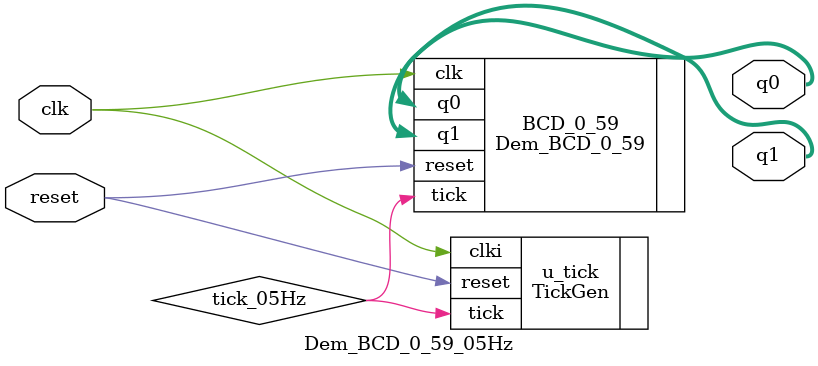
<source format=v>
`timescale 1ns / 1ps
module Dem_BCD_0_59_05Hz(
    input clk,
    input reset,
    output [3:0] q1,	// 0 - 5
    output [3:0] q0	// 0 - 9
    );

	wire tick_05Hz;
	
	TickGen #(25_000_000) u_tick (.clki(clk), .reset(reset), .tick(tick_05Hz));
	
	Dem_BCD_0_59 BCD_0_59(.clk(clk), .reset(reset), .tick(tick_05Hz), .q1(q1), .q0(q0));

endmodule

</source>
